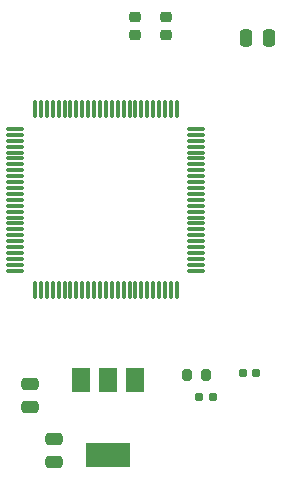
<source format=gbr>
%TF.GenerationSoftware,KiCad,Pcbnew,7.0.7*%
%TF.CreationDate,2025-06-12T14:25:12+01:00*%
%TF.ProjectId,Rosa,526f7361-2e6b-4696-9361-645f70636258,rev?*%
%TF.SameCoordinates,Original*%
%TF.FileFunction,Paste,Top*%
%TF.FilePolarity,Positive*%
%FSLAX46Y46*%
G04 Gerber Fmt 4.6, Leading zero omitted, Abs format (unit mm)*
G04 Created by KiCad (PCBNEW 7.0.7) date 2025-06-12 14:25:12*
%MOMM*%
%LPD*%
G01*
G04 APERTURE LIST*
G04 Aperture macros list*
%AMRoundRect*
0 Rectangle with rounded corners*
0 $1 Rounding radius*
0 $2 $3 $4 $5 $6 $7 $8 $9 X,Y pos of 4 corners*
0 Add a 4 corners polygon primitive as box body*
4,1,4,$2,$3,$4,$5,$6,$7,$8,$9,$2,$3,0*
0 Add four circle primitives for the rounded corners*
1,1,$1+$1,$2,$3*
1,1,$1+$1,$4,$5*
1,1,$1+$1,$6,$7*
1,1,$1+$1,$8,$9*
0 Add four rect primitives between the rounded corners*
20,1,$1+$1,$2,$3,$4,$5,0*
20,1,$1+$1,$4,$5,$6,$7,0*
20,1,$1+$1,$6,$7,$8,$9,0*
20,1,$1+$1,$8,$9,$2,$3,0*%
G04 Aperture macros list end*
%ADD10RoundRect,0.155000X-0.212500X-0.155000X0.212500X-0.155000X0.212500X0.155000X-0.212500X0.155000X0*%
%ADD11RoundRect,0.075000X0.662500X0.075000X-0.662500X0.075000X-0.662500X-0.075000X0.662500X-0.075000X0*%
%ADD12RoundRect,0.075000X0.075000X0.662500X-0.075000X0.662500X-0.075000X-0.662500X0.075000X-0.662500X0*%
%ADD13RoundRect,0.200000X-0.200000X-0.275000X0.200000X-0.275000X0.200000X0.275000X-0.200000X0.275000X0*%
%ADD14RoundRect,0.250000X0.475000X-0.250000X0.475000X0.250000X-0.475000X0.250000X-0.475000X-0.250000X0*%
%ADD15RoundRect,0.218750X-0.256250X0.218750X-0.256250X-0.218750X0.256250X-0.218750X0.256250X0.218750X0*%
%ADD16R,1.500000X2.000000*%
%ADD17R,3.800000X2.000000*%
%ADD18RoundRect,0.250000X-0.250000X-0.475000X0.250000X-0.475000X0.250000X0.475000X-0.250000X0.475000X0*%
G04 APERTURE END LIST*
D10*
%TO.C,JP2*%
X27905900Y-36703000D03*
X29040900Y-36703000D03*
%TD*%
D11*
%TO.C,*%
X27665500Y-18503000D03*
X27665500Y-20003000D03*
X27665500Y-17503000D03*
X27665500Y-16503000D03*
X27665500Y-19503000D03*
X27665500Y-19003000D03*
X27665500Y-14003000D03*
X27665500Y-18003000D03*
X27665500Y-15503000D03*
D12*
X25003000Y-12340500D03*
D11*
X27665500Y-15003000D03*
D12*
X22503000Y-12340500D03*
X21003000Y-12340500D03*
X25503000Y-12340500D03*
X24503000Y-12340500D03*
X19503000Y-12340500D03*
X24003000Y-12340500D03*
X19003000Y-12340500D03*
X19503000Y-27665500D03*
X23003000Y-27665500D03*
X21503000Y-27665500D03*
X22503000Y-27665500D03*
X23503000Y-27665500D03*
X24003000Y-27665500D03*
D11*
X27665500Y-25003000D03*
D12*
X24503000Y-27665500D03*
X25503000Y-27665500D03*
D11*
X27665500Y-26003000D03*
X27665500Y-24503000D03*
X27665500Y-23503000D03*
X27665500Y-22503000D03*
X27665500Y-22003000D03*
X27665500Y-21003000D03*
X27665500Y-21503000D03*
X27665500Y-20503000D03*
D12*
X22003000Y-27665500D03*
X18503000Y-12340500D03*
X23003000Y-12340500D03*
X14503000Y-12340500D03*
X14003000Y-12340500D03*
X21503000Y-12340500D03*
D11*
X12340500Y-15003000D03*
X12340500Y-15503000D03*
D12*
X20503000Y-12340500D03*
X18003000Y-12340500D03*
D11*
X12340500Y-18503000D03*
X12340500Y-14503000D03*
X12340500Y-19003000D03*
X12340500Y-20003000D03*
X12340500Y-16003000D03*
X12340500Y-16503000D03*
X12340500Y-20503000D03*
X12340500Y-17503000D03*
X12340500Y-18003000D03*
X12340500Y-21003000D03*
X12340500Y-22003000D03*
X12340500Y-24003000D03*
X12340500Y-24503000D03*
X12340500Y-22503000D03*
D12*
X14003000Y-27665500D03*
X14503000Y-27665500D03*
D11*
X12340500Y-23503000D03*
X12340500Y-21503000D03*
D12*
X16503000Y-27665500D03*
D11*
X12340500Y-25503000D03*
D12*
X17003000Y-27665500D03*
X18503000Y-27665500D03*
X15003000Y-27665500D03*
X20503000Y-27665500D03*
X19003000Y-27665500D03*
X21003000Y-27665500D03*
X15503000Y-27665500D03*
D11*
X27665500Y-16003000D03*
D12*
X26003000Y-27665500D03*
X23503000Y-12340500D03*
X18003000Y-27665500D03*
X17003000Y-12340500D03*
D11*
X12340500Y-26003000D03*
X12340500Y-23003000D03*
X12340500Y-19503000D03*
X27665500Y-25503000D03*
X27665500Y-23003000D03*
X27665500Y-17003000D03*
X27665500Y-14503000D03*
D12*
X22003000Y-12340500D03*
X17503000Y-12340500D03*
X16003000Y-27665500D03*
X16003000Y-12340500D03*
D11*
X12340500Y-25003000D03*
D12*
X15003000Y-12340500D03*
X16503000Y-12340500D03*
X17503000Y-27665500D03*
X15503000Y-12340500D03*
D11*
X27665500Y-24003000D03*
D12*
X26003000Y-12340500D03*
X25003000Y-27665500D03*
X20003000Y-27665500D03*
X20003000Y-12340500D03*
D11*
X12340500Y-17003000D03*
X12340500Y-14003000D03*
%TD*%
D13*
%TO.C,R3*%
X26835600Y-34798000D03*
X28485600Y-34798000D03*
%TD*%
D14*
%TO.C,C2*%
X13551400Y-37529000D03*
X13551400Y-35629000D03*
%TD*%
D15*
%TO.C,R4*%
X22504400Y-4495700D03*
X22504400Y-6070700D03*
%TD*%
%TO.C,R1*%
X25095200Y-4495700D03*
X25095200Y-6070700D03*
%TD*%
D10*
%TO.C,JP1*%
X31588900Y-34696400D03*
X32723900Y-34696400D03*
%TD*%
D16*
%TO.C,U1*%
X20206200Y-35293400D03*
D17*
X20206200Y-41593400D03*
D16*
X17906200Y-35293400D03*
X22506200Y-35293400D03*
%TD*%
D18*
%TO.C,L1*%
X31892200Y-6273800D03*
X33792200Y-6273800D03*
%TD*%
D14*
%TO.C,C1*%
X15570200Y-42174200D03*
X15570200Y-40274200D03*
%TD*%
M02*

</source>
